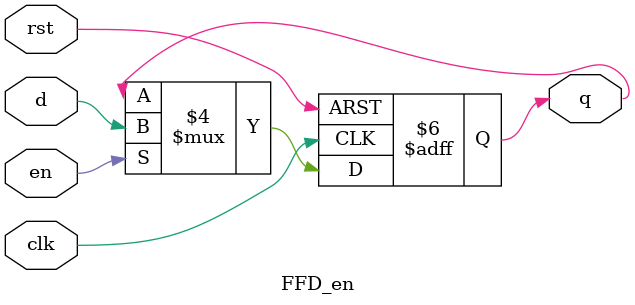
<source format=v>
`timescale 1ns / 1ps
module FFD_en(
     q,
     clk,
     rst,
     d,
     en);
	 
	output q;    
	input clk;
   input rst;
	input d;
   input      en;
	
	reg q;
	 

always @(posedge rst, posedge clk) begin
	if(rst==1'b1)
		  q <= 0;
	else begin
	   if(en == 1'b1)
		  q <= d;
	end
end

endmodule

</source>
